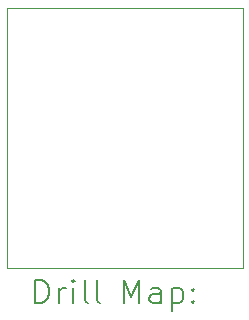
<source format=gbr>
%TF.GenerationSoftware,KiCad,Pcbnew,(7.0.0)*%
%TF.CreationDate,2023-03-10T18:15:09+01:00*%
%TF.ProjectId,CapacitorBox0402,43617061-6369-4746-9f72-426f78303430,rev?*%
%TF.SameCoordinates,Original*%
%TF.FileFunction,Drillmap*%
%TF.FilePolarity,Positive*%
%FSLAX45Y45*%
G04 Gerber Fmt 4.5, Leading zero omitted, Abs format (unit mm)*
G04 Created by KiCad (PCBNEW (7.0.0)) date 2023-03-10 18:15:09*
%MOMM*%
%LPD*%
G01*
G04 APERTURE LIST*
%ADD10C,0.100000*%
%ADD11C,0.200000*%
G04 APERTURE END LIST*
D10*
X10100000Y-10000000D02*
X12100000Y-10000000D01*
X12100000Y-10000000D02*
X12100000Y-12200000D01*
X12100000Y-12200000D02*
X10100000Y-12200000D01*
X10100000Y-10000000D02*
X10100000Y-12200000D01*
D11*
X10342619Y-12498476D02*
X10342619Y-12298476D01*
X10342619Y-12298476D02*
X10390238Y-12298476D01*
X10390238Y-12298476D02*
X10418810Y-12308000D01*
X10418810Y-12308000D02*
X10437857Y-12327048D01*
X10437857Y-12327048D02*
X10447381Y-12346095D01*
X10447381Y-12346095D02*
X10456905Y-12384190D01*
X10456905Y-12384190D02*
X10456905Y-12412762D01*
X10456905Y-12412762D02*
X10447381Y-12450857D01*
X10447381Y-12450857D02*
X10437857Y-12469905D01*
X10437857Y-12469905D02*
X10418810Y-12488952D01*
X10418810Y-12488952D02*
X10390238Y-12498476D01*
X10390238Y-12498476D02*
X10342619Y-12498476D01*
X10542619Y-12498476D02*
X10542619Y-12365143D01*
X10542619Y-12403238D02*
X10552143Y-12384190D01*
X10552143Y-12384190D02*
X10561667Y-12374667D01*
X10561667Y-12374667D02*
X10580714Y-12365143D01*
X10580714Y-12365143D02*
X10599762Y-12365143D01*
X10666429Y-12498476D02*
X10666429Y-12365143D01*
X10666429Y-12298476D02*
X10656905Y-12308000D01*
X10656905Y-12308000D02*
X10666429Y-12317524D01*
X10666429Y-12317524D02*
X10675952Y-12308000D01*
X10675952Y-12308000D02*
X10666429Y-12298476D01*
X10666429Y-12298476D02*
X10666429Y-12317524D01*
X10790238Y-12498476D02*
X10771190Y-12488952D01*
X10771190Y-12488952D02*
X10761667Y-12469905D01*
X10761667Y-12469905D02*
X10761667Y-12298476D01*
X10895000Y-12498476D02*
X10875952Y-12488952D01*
X10875952Y-12488952D02*
X10866429Y-12469905D01*
X10866429Y-12469905D02*
X10866429Y-12298476D01*
X11091190Y-12498476D02*
X11091190Y-12298476D01*
X11091190Y-12298476D02*
X11157857Y-12441333D01*
X11157857Y-12441333D02*
X11224524Y-12298476D01*
X11224524Y-12298476D02*
X11224524Y-12498476D01*
X11405476Y-12498476D02*
X11405476Y-12393714D01*
X11405476Y-12393714D02*
X11395952Y-12374667D01*
X11395952Y-12374667D02*
X11376905Y-12365143D01*
X11376905Y-12365143D02*
X11338809Y-12365143D01*
X11338809Y-12365143D02*
X11319762Y-12374667D01*
X11405476Y-12488952D02*
X11386428Y-12498476D01*
X11386428Y-12498476D02*
X11338809Y-12498476D01*
X11338809Y-12498476D02*
X11319762Y-12488952D01*
X11319762Y-12488952D02*
X11310238Y-12469905D01*
X11310238Y-12469905D02*
X11310238Y-12450857D01*
X11310238Y-12450857D02*
X11319762Y-12431809D01*
X11319762Y-12431809D02*
X11338809Y-12422286D01*
X11338809Y-12422286D02*
X11386428Y-12422286D01*
X11386428Y-12422286D02*
X11405476Y-12412762D01*
X11500714Y-12365143D02*
X11500714Y-12565143D01*
X11500714Y-12374667D02*
X11519762Y-12365143D01*
X11519762Y-12365143D02*
X11557857Y-12365143D01*
X11557857Y-12365143D02*
X11576905Y-12374667D01*
X11576905Y-12374667D02*
X11586428Y-12384190D01*
X11586428Y-12384190D02*
X11595952Y-12403238D01*
X11595952Y-12403238D02*
X11595952Y-12460381D01*
X11595952Y-12460381D02*
X11586428Y-12479428D01*
X11586428Y-12479428D02*
X11576905Y-12488952D01*
X11576905Y-12488952D02*
X11557857Y-12498476D01*
X11557857Y-12498476D02*
X11519762Y-12498476D01*
X11519762Y-12498476D02*
X11500714Y-12488952D01*
X11681667Y-12479428D02*
X11691190Y-12488952D01*
X11691190Y-12488952D02*
X11681667Y-12498476D01*
X11681667Y-12498476D02*
X11672143Y-12488952D01*
X11672143Y-12488952D02*
X11681667Y-12479428D01*
X11681667Y-12479428D02*
X11681667Y-12498476D01*
X11681667Y-12374667D02*
X11691190Y-12384190D01*
X11691190Y-12384190D02*
X11681667Y-12393714D01*
X11681667Y-12393714D02*
X11672143Y-12384190D01*
X11672143Y-12384190D02*
X11681667Y-12374667D01*
X11681667Y-12374667D02*
X11681667Y-12393714D01*
M02*

</source>
